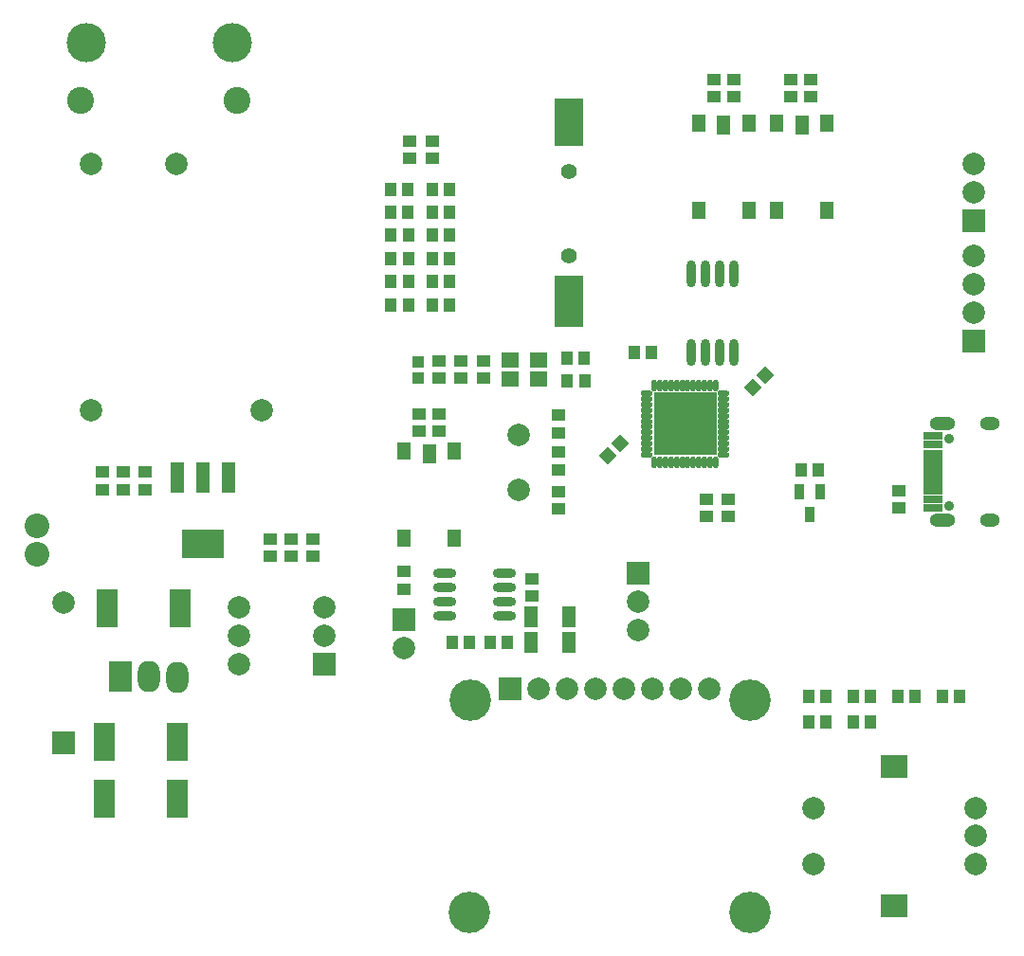
<source format=gts>
G04*
G04 #@! TF.GenerationSoftware,Altium Limited,Altium Designer,21.3.2 (30)*
G04*
G04 Layer_Color=8388736*
%FSLAX25Y25*%
%MOIN*%
G70*
G04*
G04 #@! TF.SameCoordinates,2DA63E57-4869-4DD6-A6C4-22B490529F43*
G04*
G04*
G04 #@! TF.FilePolarity,Negative*
G04*
G01*
G75*
%ADD43R,0.09461X0.07887*%
%ADD44R,0.09855X0.16548*%
%ADD45R,0.09855X0.18123*%
%ADD46R,0.04461X0.04658*%
%ADD47R,0.04658X0.04461*%
%ADD48R,0.04737X0.06312*%
%ADD49R,0.04737X0.07099*%
%ADD50O,0.08143X0.03280*%
%ADD51R,0.05131X0.07493*%
%ADD52R,0.06509X0.03162*%
%ADD53R,0.06509X0.01981*%
%ADD54R,0.03556X0.05721*%
%ADD55R,0.07296X0.13398*%
G04:AMPARAMS|DCode=56|XSize=44.61mil|YSize=46.58mil|CornerRadius=0mil|HoleSize=0mil|Usage=FLASHONLY|Rotation=225.000|XOffset=0mil|YOffset=0mil|HoleType=Round|Shape=Rectangle|*
%AMROTATEDRECTD56*
4,1,4,-0.00070,0.03224,0.03224,-0.00070,0.00070,-0.03224,-0.03224,0.00070,-0.00070,0.03224,0.0*
%
%ADD56ROTATEDRECTD56*%

%ADD57O,0.01902X0.04343*%
%ADD58O,0.04343X0.01902*%
%ADD59R,0.22453X0.22453*%
%ADD60R,0.04202X0.03950*%
%ADD61R,0.06312X0.05524*%
%ADD62O,0.03198X0.09479*%
%ADD63R,0.14973X0.10013*%
%ADD64R,0.05131X0.10642*%
%ADD65C,0.07887*%
%ADD66R,0.07887X0.11036*%
%ADD67O,0.07887X0.11036*%
%ADD68C,0.05524*%
%ADD69O,0.07099X0.04737*%
%ADD70O,0.09068X0.04737*%
%ADD71C,0.03556*%
%ADD72R,0.07887X0.07887*%
%ADD73C,0.08674*%
%ADD74C,0.13792*%
%ADD75C,0.09461*%
%ADD76C,0.14580*%
%ADD77R,0.07887X0.07887*%
D43*
X323500Y22894D02*
D03*
X323500Y72106D02*
D03*
D44*
X209000Y298496D02*
D03*
D45*
Y235504D02*
D03*
D46*
X152594Y234464D02*
D03*
X146531D02*
D03*
X146531Y242598D02*
D03*
X152594Y242598D02*
D03*
X146531Y250732D02*
D03*
X152594D02*
D03*
X146531Y258866D02*
D03*
X152594D02*
D03*
X146406Y267000D02*
D03*
X152469D02*
D03*
X152563Y275000D02*
D03*
X146500D02*
D03*
X181437Y115500D02*
D03*
X187500D02*
D03*
X167937Y115500D02*
D03*
X174000Y115500D02*
D03*
X315147Y87500D02*
D03*
X309084D02*
D03*
X299439Y87500D02*
D03*
X293376D02*
D03*
X340500Y96500D02*
D03*
X346563D02*
D03*
X324792Y96500D02*
D03*
X330855D02*
D03*
X309084D02*
D03*
X315147D02*
D03*
X299439Y96500D02*
D03*
X293376D02*
D03*
X238094Y217500D02*
D03*
X232031D02*
D03*
X214594Y207500D02*
D03*
X208531D02*
D03*
X214500Y215500D02*
D03*
X208437D02*
D03*
X167094Y234464D02*
D03*
X161031D02*
D03*
X167213Y242598D02*
D03*
X161150D02*
D03*
X167094Y267000D02*
D03*
X161031D02*
D03*
X167000Y258866D02*
D03*
X160937D02*
D03*
X167094Y250732D02*
D03*
X161031D02*
D03*
X167000Y275000D02*
D03*
X160937D02*
D03*
X296768Y176232D02*
D03*
X290705D02*
D03*
D47*
X156500Y189937D02*
D03*
X156500Y196000D02*
D03*
X196000Y138063D02*
D03*
X196000Y132000D02*
D03*
X257500Y165969D02*
D03*
Y159906D02*
D03*
X265000Y165969D02*
D03*
Y159906D02*
D03*
X52500Y175469D02*
D03*
Y169406D02*
D03*
X60000Y175500D02*
D03*
Y169437D02*
D03*
X45000Y169437D02*
D03*
Y175500D02*
D03*
X119000Y145937D02*
D03*
Y152000D02*
D03*
X111500Y146031D02*
D03*
Y152094D02*
D03*
X104000D02*
D03*
X104000Y146031D02*
D03*
X205500Y168594D02*
D03*
Y162531D02*
D03*
Y176453D02*
D03*
X205500Y182516D02*
D03*
X205500Y189406D02*
D03*
Y195469D02*
D03*
X179000Y214594D02*
D03*
Y208531D02*
D03*
X171144Y214594D02*
D03*
Y208531D02*
D03*
X163289Y214594D02*
D03*
Y208531D02*
D03*
X163500Y189906D02*
D03*
Y195969D02*
D03*
X287000Y307500D02*
D03*
Y313563D02*
D03*
X294000Y313563D02*
D03*
Y307500D02*
D03*
X260000Y307500D02*
D03*
Y313563D02*
D03*
X267000Y313563D02*
D03*
Y307500D02*
D03*
X161000Y285900D02*
D03*
Y291963D02*
D03*
X153000Y285900D02*
D03*
Y291963D02*
D03*
X151000Y140500D02*
D03*
X151000Y134437D02*
D03*
X325000Y169000D02*
D03*
Y162937D02*
D03*
D48*
X168859Y152136D02*
D03*
Y182844D02*
D03*
X151142D02*
D03*
Y152136D02*
D03*
X254642Y267646D02*
D03*
Y298354D02*
D03*
X272358Y267646D02*
D03*
Y298354D02*
D03*
X282141Y267646D02*
D03*
Y298354D02*
D03*
X299858Y267646D02*
D03*
Y298354D02*
D03*
D49*
X160000Y182057D02*
D03*
X263500Y297567D02*
D03*
X291000D02*
D03*
D50*
X186561Y140000D02*
D03*
X165439D02*
D03*
Y135000D02*
D03*
Y130000D02*
D03*
Y125000D02*
D03*
X186561Y135000D02*
D03*
Y130000D02*
D03*
X186561Y125000D02*
D03*
D51*
X209193Y115500D02*
D03*
X195807D02*
D03*
X209193Y124500D02*
D03*
X195807D02*
D03*
D52*
X336970Y188177D02*
D03*
Y162803D02*
D03*
X336970Y185145D02*
D03*
X336970Y165854D02*
D03*
D53*
Y182390D02*
D03*
Y180421D02*
D03*
Y178453D02*
D03*
Y176484D02*
D03*
Y174515D02*
D03*
Y172547D02*
D03*
X336972Y170579D02*
D03*
X336970Y168610D02*
D03*
D54*
X293768Y160795D02*
D03*
X297508Y168669D02*
D03*
X290028D02*
D03*
D55*
X71256Y60500D02*
D03*
X45744D02*
D03*
X45744Y80500D02*
D03*
X71256Y80500D02*
D03*
X72256Y127500D02*
D03*
X46744Y127500D02*
D03*
D56*
X222900Y181400D02*
D03*
X227188Y185688D02*
D03*
X278100Y209600D02*
D03*
X273812Y205312D02*
D03*
D57*
X239091Y206060D02*
D03*
X243031D02*
D03*
X245001D02*
D03*
X246971Y206060D02*
D03*
X248941Y206060D02*
D03*
X250901Y206060D02*
D03*
X252871Y206060D02*
D03*
X254841Y206060D02*
D03*
X256811D02*
D03*
X258781D02*
D03*
X260751D02*
D03*
Y178900D02*
D03*
X256811D02*
D03*
X254841D02*
D03*
X252871Y178900D02*
D03*
X250901Y178900D02*
D03*
X248941Y178900D02*
D03*
X246971Y178900D02*
D03*
X245001Y178900D02*
D03*
X243031D02*
D03*
X241061D02*
D03*
X239091D02*
D03*
X241061Y206060D02*
D03*
X258781Y178900D02*
D03*
D58*
X263500Y203310D02*
D03*
Y199370D02*
D03*
Y193460D02*
D03*
Y191500D02*
D03*
Y189530D02*
D03*
Y187560D02*
D03*
Y185590D02*
D03*
Y183620D02*
D03*
Y181650D02*
D03*
X236340D02*
D03*
Y183620D02*
D03*
Y185590D02*
D03*
Y187560D02*
D03*
Y191500D02*
D03*
Y193460D02*
D03*
Y195430D02*
D03*
Y197400D02*
D03*
Y199370D02*
D03*
Y201340D02*
D03*
X263500Y195430D02*
D03*
Y197400D02*
D03*
Y201340D02*
D03*
X236340Y189530D02*
D03*
Y203310D02*
D03*
D59*
X249921Y192480D02*
D03*
D60*
X156000Y208656D02*
D03*
Y214167D02*
D03*
D61*
X198582Y214840D02*
D03*
X188418Y214853D02*
D03*
X198582Y208147D02*
D03*
X188418Y208160D02*
D03*
D62*
X252000Y217554D02*
D03*
X257000D02*
D03*
X262000D02*
D03*
X267000D02*
D03*
X262000Y245446D02*
D03*
X267000D02*
D03*
X252000D02*
D03*
X257000D02*
D03*
D63*
X80500Y150307D02*
D03*
D64*
X71445Y173693D02*
D03*
X80500D02*
D03*
X89555D02*
D03*
D65*
X352043Y47500D02*
D03*
Y57342D02*
D03*
X294957Y37657D02*
D03*
X352043Y37657D02*
D03*
X294957Y57342D02*
D03*
X93000Y128000D02*
D03*
X93000Y118000D02*
D03*
X93000Y108000D02*
D03*
X123000Y128000D02*
D03*
X123000Y118000D02*
D03*
X191500Y188606D02*
D03*
Y169394D02*
D03*
X248500Y99339D02*
D03*
X258500D02*
D03*
X228500D02*
D03*
X238500Y99339D02*
D03*
X198500Y99339D02*
D03*
X208500Y99339D02*
D03*
X218500Y99339D02*
D03*
X31500Y129685D02*
D03*
X101000Y197193D02*
D03*
X41000Y283807D02*
D03*
X71000D02*
D03*
X41000Y197193D02*
D03*
X151000Y113500D02*
D03*
X351500Y231500D02*
D03*
Y241500D02*
D03*
Y251500D02*
D03*
X233500Y130000D02*
D03*
Y120000D02*
D03*
X351500Y274000D02*
D03*
Y284000D02*
D03*
D66*
X51500Y103500D02*
D03*
D67*
X71500Y103461D02*
D03*
X61500Y103500D02*
D03*
D68*
X209000Y251646D02*
D03*
Y281173D02*
D03*
D69*
X357030Y192508D02*
D03*
Y158492D02*
D03*
D70*
X340573Y192508D02*
D03*
X340573Y158492D02*
D03*
D71*
X342659Y187232D02*
D03*
Y163768D02*
D03*
D72*
X123000Y108000D02*
D03*
X188500Y99339D02*
D03*
D73*
X22000Y146500D02*
D03*
Y156500D02*
D03*
D74*
X90591Y326736D02*
D03*
X39410D02*
D03*
D75*
X37441Y306264D02*
D03*
X92559Y306264D02*
D03*
D76*
X272886Y95395D02*
D03*
X174114Y20605D02*
D03*
X174287Y95402D02*
D03*
X272713Y20598D02*
D03*
D77*
X31500Y80315D02*
D03*
X151000Y123500D02*
D03*
X351500Y221500D02*
D03*
X233500Y140000D02*
D03*
X351500Y264000D02*
D03*
M02*

</source>
